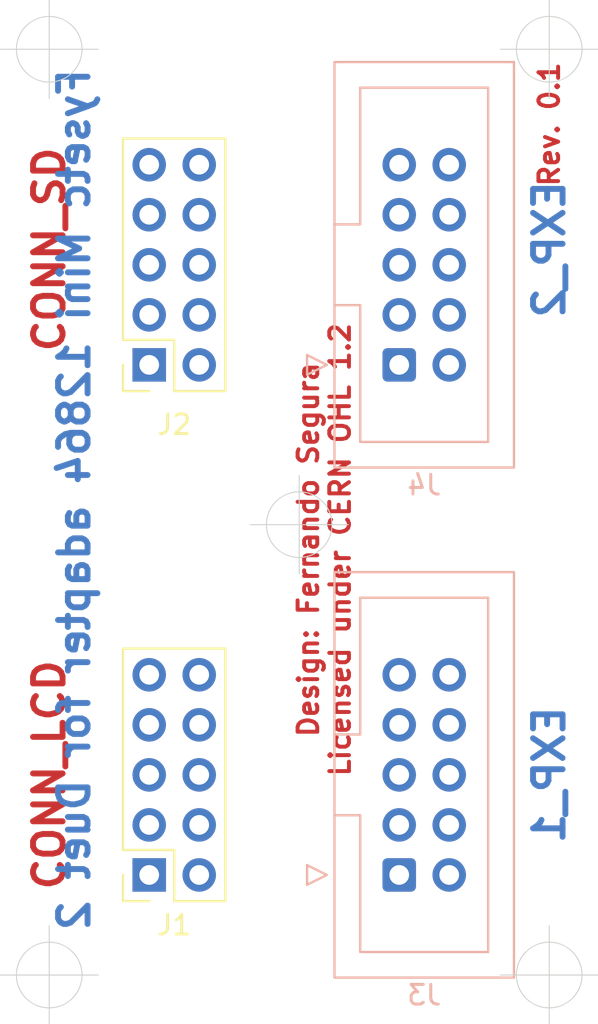
<source format=kicad_pcb>
(kicad_pcb (version 20171130) (host pcbnew "(5.1.8)-1")

  (general
    (thickness 1.6)
    (drawings 12)
    (tracks 0)
    (zones 0)
    (modules 4)
    (nets 26)
  )

  (page A4)
  (layers
    (0 F.Cu signal)
    (31 B.Cu signal)
    (32 B.Adhes user)
    (33 F.Adhes user)
    (34 B.Paste user)
    (35 F.Paste user)
    (36 B.SilkS user)
    (37 F.SilkS user)
    (38 B.Mask user)
    (39 F.Mask user)
    (40 Dwgs.User user)
    (41 Cmts.User user)
    (42 Eco1.User user)
    (43 Eco2.User user)
    (44 Edge.Cuts user)
    (45 Margin user)
    (46 B.CrtYd user)
    (47 F.CrtYd user)
    (48 B.Fab user)
    (49 F.Fab user)
  )

  (setup
    (last_trace_width 0.25)
    (trace_clearance 0.2)
    (zone_clearance 0.508)
    (zone_45_only no)
    (trace_min 0.2)
    (via_size 0.8)
    (via_drill 0.4)
    (via_min_size 0.4)
    (via_min_drill 0.3)
    (uvia_size 0.3)
    (uvia_drill 0.1)
    (uvias_allowed no)
    (uvia_min_size 0.2)
    (uvia_min_drill 0.1)
    (edge_width 0.05)
    (segment_width 0.2)
    (pcb_text_width 0.3)
    (pcb_text_size 1.5 1.5)
    (mod_edge_width 0.12)
    (mod_text_size 1 1)
    (mod_text_width 0.15)
    (pad_size 1.524 1.524)
    (pad_drill 0.762)
    (pad_to_mask_clearance 0)
    (aux_axis_origin 0 0)
    (visible_elements 7FFFFFFF)
    (pcbplotparams
      (layerselection 0x010fc_ffffffff)
      (usegerberextensions false)
      (usegerberattributes true)
      (usegerberadvancedattributes true)
      (creategerberjobfile true)
      (excludeedgelayer true)
      (linewidth 0.100000)
      (plotframeref false)
      (viasonmask false)
      (mode 1)
      (useauxorigin false)
      (hpglpennumber 1)
      (hpglpenspeed 20)
      (hpglpendiameter 15.000000)
      (psnegative false)
      (psa4output false)
      (plotreference true)
      (plotvalue true)
      (plotinvisibletext false)
      (padsonsilk false)
      (subtractmaskfromsilk false)
      (outputformat 1)
      (mirror false)
      (drillshape 1)
      (scaleselection 1)
      (outputdirectory ""))
  )

  (net 0 "")
  (net 1 "Net-(J1-Pad10)")
  (net 2 "Net-(J1-Pad8)")
  (net 3 "Net-(J1-Pad6)")
  (net 4 "Net-(J1-Pad4)")
  (net 5 "Net-(J1-Pad2)")
  (net 6 "Net-(J1-Pad9)")
  (net 7 "Net-(J1-Pad7)")
  (net 8 "Net-(J1-Pad5)")
  (net 9 "Net-(J1-Pad3)")
  (net 10 "Net-(J1-Pad1)")
  (net 11 "Net-(J2-Pad10)")
  (net 12 "Net-(J2-Pad8)")
  (net 13 "Net-(J2-Pad6)")
  (net 14 "Net-(J2-Pad4)")
  (net 15 "Net-(J2-Pad2)")
  (net 16 "Net-(J2-Pad9)")
  (net 17 "Net-(J2-Pad7)")
  (net 18 "Net-(J2-Pad5)")
  (net 19 "Net-(J2-Pad3)")
  (net 20 "Net-(J2-Pad1)")
  (net 21 "Net-(J3-Pad4)")
  (net 22 "Net-(J3-Pad3)")
  (net 23 "Net-(J4-Pad4)")
  (net 24 "Net-(J4-Pad3)")
  (net 25 "Net-(J4-Pad1)")

  (net_class Default "This is the default net class."
    (clearance 0.2)
    (trace_width 0.25)
    (via_dia 0.8)
    (via_drill 0.4)
    (uvia_dia 0.3)
    (uvia_drill 0.1)
    (add_net "Net-(J1-Pad1)")
    (add_net "Net-(J1-Pad10)")
    (add_net "Net-(J1-Pad2)")
    (add_net "Net-(J1-Pad3)")
    (add_net "Net-(J1-Pad4)")
    (add_net "Net-(J1-Pad5)")
    (add_net "Net-(J1-Pad6)")
    (add_net "Net-(J1-Pad7)")
    (add_net "Net-(J1-Pad8)")
    (add_net "Net-(J1-Pad9)")
    (add_net "Net-(J2-Pad1)")
    (add_net "Net-(J2-Pad10)")
    (add_net "Net-(J2-Pad2)")
    (add_net "Net-(J2-Pad3)")
    (add_net "Net-(J2-Pad4)")
    (add_net "Net-(J2-Pad5)")
    (add_net "Net-(J2-Pad6)")
    (add_net "Net-(J2-Pad7)")
    (add_net "Net-(J2-Pad8)")
    (add_net "Net-(J2-Pad9)")
    (add_net "Net-(J3-Pad3)")
    (add_net "Net-(J3-Pad4)")
    (add_net "Net-(J4-Pad1)")
    (add_net "Net-(J4-Pad3)")
    (add_net "Net-(J4-Pad4)")
  )

  (module Connector_PinSocket_2.54mm:PinSocket_2x05_P2.54mm_Vertical (layer F.Cu) (tedit 5A19A42B) (tstamp 60DBA102)
    (at 86.36 120.65 180)
    (descr "Through hole straight socket strip, 2x05, 2.54mm pitch, double cols (from Kicad 4.0.7), script generated")
    (tags "Through hole socket strip THT 2x05 2.54mm double row")
    (path /60DB3321)
    (fp_text reference J1 (at -1.27 -2.54) (layer F.SilkS)
      (effects (font (size 1 1) (thickness 0.15)))
    )
    (fp_text value CONN_LCD (at -1.27 13.97) (layer F.Fab)
      (effects (font (size 1 1) (thickness 0.15)))
    )
    (fp_line (start -4.34 11.9) (end -4.34 -1.8) (layer F.CrtYd) (width 0.05))
    (fp_line (start 1.76 11.9) (end -4.34 11.9) (layer F.CrtYd) (width 0.05))
    (fp_line (start 1.76 -1.8) (end 1.76 11.9) (layer F.CrtYd) (width 0.05))
    (fp_line (start -4.34 -1.8) (end 1.76 -1.8) (layer F.CrtYd) (width 0.05))
    (fp_line (start 0 -1.33) (end 1.33 -1.33) (layer F.SilkS) (width 0.12))
    (fp_line (start 1.33 -1.33) (end 1.33 0) (layer F.SilkS) (width 0.12))
    (fp_line (start -1.27 -1.33) (end -1.27 1.27) (layer F.SilkS) (width 0.12))
    (fp_line (start -1.27 1.27) (end 1.33 1.27) (layer F.SilkS) (width 0.12))
    (fp_line (start 1.33 1.27) (end 1.33 11.49) (layer F.SilkS) (width 0.12))
    (fp_line (start -3.87 11.49) (end 1.33 11.49) (layer F.SilkS) (width 0.12))
    (fp_line (start -3.87 -1.33) (end -3.87 11.49) (layer F.SilkS) (width 0.12))
    (fp_line (start -3.87 -1.33) (end -1.27 -1.33) (layer F.SilkS) (width 0.12))
    (fp_line (start -3.81 11.43) (end -3.81 -1.27) (layer F.Fab) (width 0.1))
    (fp_line (start 1.27 11.43) (end -3.81 11.43) (layer F.Fab) (width 0.1))
    (fp_line (start 1.27 -0.27) (end 1.27 11.43) (layer F.Fab) (width 0.1))
    (fp_line (start 0.27 -1.27) (end 1.27 -0.27) (layer F.Fab) (width 0.1))
    (fp_line (start -3.81 -1.27) (end 0.27 -1.27) (layer F.Fab) (width 0.1))
    (fp_text user %R (at 1.27 5.08 90) (layer F.Fab)
      (effects (font (size 1 1) (thickness 0.15)))
    )
    (pad 10 thru_hole oval (at -2.54 10.16 180) (size 1.7 1.7) (drill 1) (layers *.Cu *.Mask)
      (net 1 "Net-(J1-Pad10)"))
    (pad 9 thru_hole oval (at 0 10.16 180) (size 1.7 1.7) (drill 1) (layers *.Cu *.Mask)
      (net 6 "Net-(J1-Pad9)"))
    (pad 8 thru_hole oval (at -2.54 7.62 180) (size 1.7 1.7) (drill 1) (layers *.Cu *.Mask)
      (net 2 "Net-(J1-Pad8)"))
    (pad 7 thru_hole oval (at 0 7.62 180) (size 1.7 1.7) (drill 1) (layers *.Cu *.Mask)
      (net 7 "Net-(J1-Pad7)"))
    (pad 6 thru_hole oval (at -2.54 5.08 180) (size 1.7 1.7) (drill 1) (layers *.Cu *.Mask)
      (net 3 "Net-(J1-Pad6)"))
    (pad 5 thru_hole oval (at 0 5.08 180) (size 1.7 1.7) (drill 1) (layers *.Cu *.Mask)
      (net 8 "Net-(J1-Pad5)"))
    (pad 4 thru_hole oval (at -2.54 2.54 180) (size 1.7 1.7) (drill 1) (layers *.Cu *.Mask)
      (net 4 "Net-(J1-Pad4)"))
    (pad 3 thru_hole oval (at 0 2.54 180) (size 1.7 1.7) (drill 1) (layers *.Cu *.Mask)
      (net 9 "Net-(J1-Pad3)"))
    (pad 2 thru_hole oval (at -2.54 0 180) (size 1.7 1.7) (drill 1) (layers *.Cu *.Mask)
      (net 5 "Net-(J1-Pad2)"))
    (pad 1 thru_hole rect (at 0 0 180) (size 1.7 1.7) (drill 1) (layers *.Cu *.Mask)
      (net 10 "Net-(J1-Pad1)"))
    (model ${KISYS3DMOD}/Connector_PinSocket_2.54mm.3dshapes/PinSocket_2x05_P2.54mm_Vertical.wrl
      (at (xyz 0 0 0))
      (scale (xyz 1 1 1))
      (rotate (xyz 0 0 0))
    )
  )

  (module Connector_PinSocket_2.54mm:PinSocket_2x05_P2.54mm_Vertical (layer F.Cu) (tedit 5A19A42B) (tstamp 60DBA131)
    (at 86.36 94.76 180)
    (descr "Through hole straight socket strip, 2x05, 2.54mm pitch, double cols (from Kicad 4.0.7), script generated")
    (tags "Through hole socket strip THT 2x05 2.54mm double row")
    (path /60DB21CD)
    (fp_text reference J2 (at -1.27 -3.03) (layer F.SilkS)
      (effects (font (size 1 1) (thickness 0.15)))
    )
    (fp_text value CONN_SD (at -1.27 13.48) (layer F.Fab)
      (effects (font (size 1 1) (thickness 0.15)))
    )
    (fp_line (start -4.34 11.9) (end -4.34 -1.8) (layer F.CrtYd) (width 0.05))
    (fp_line (start 1.76 11.9) (end -4.34 11.9) (layer F.CrtYd) (width 0.05))
    (fp_line (start 1.76 -1.8) (end 1.76 11.9) (layer F.CrtYd) (width 0.05))
    (fp_line (start -4.34 -1.8) (end 1.76 -1.8) (layer F.CrtYd) (width 0.05))
    (fp_line (start 0 -1.33) (end 1.33 -1.33) (layer F.SilkS) (width 0.12))
    (fp_line (start 1.33 -1.33) (end 1.33 0) (layer F.SilkS) (width 0.12))
    (fp_line (start -1.27 -1.33) (end -1.27 1.27) (layer F.SilkS) (width 0.12))
    (fp_line (start -1.27 1.27) (end 1.33 1.27) (layer F.SilkS) (width 0.12))
    (fp_line (start 1.33 1.27) (end 1.33 11.49) (layer F.SilkS) (width 0.12))
    (fp_line (start -3.87 11.49) (end 1.33 11.49) (layer F.SilkS) (width 0.12))
    (fp_line (start -3.87 -1.33) (end -3.87 11.49) (layer F.SilkS) (width 0.12))
    (fp_line (start -3.87 -1.33) (end -1.27 -1.33) (layer F.SilkS) (width 0.12))
    (fp_line (start -3.81 11.43) (end -3.81 -1.27) (layer F.Fab) (width 0.1))
    (fp_line (start 1.27 11.43) (end -3.81 11.43) (layer F.Fab) (width 0.1))
    (fp_line (start 1.27 -0.27) (end 1.27 11.43) (layer F.Fab) (width 0.1))
    (fp_line (start 0.27 -1.27) (end 1.27 -0.27) (layer F.Fab) (width 0.1))
    (fp_line (start -3.81 -1.27) (end 0.27 -1.27) (layer F.Fab) (width 0.1))
    (fp_text user %R (at 1.27 5.08 90) (layer F.Fab)
      (effects (font (size 1 1) (thickness 0.15)))
    )
    (pad 10 thru_hole oval (at -2.54 10.16 180) (size 1.7 1.7) (drill 1) (layers *.Cu *.Mask)
      (net 11 "Net-(J2-Pad10)"))
    (pad 9 thru_hole oval (at 0 10.16 180) (size 1.7 1.7) (drill 1) (layers *.Cu *.Mask)
      (net 16 "Net-(J2-Pad9)"))
    (pad 8 thru_hole oval (at -2.54 7.62 180) (size 1.7 1.7) (drill 1) (layers *.Cu *.Mask)
      (net 12 "Net-(J2-Pad8)"))
    (pad 7 thru_hole oval (at 0 7.62 180) (size 1.7 1.7) (drill 1) (layers *.Cu *.Mask)
      (net 17 "Net-(J2-Pad7)"))
    (pad 6 thru_hole oval (at -2.54 5.08 180) (size 1.7 1.7) (drill 1) (layers *.Cu *.Mask)
      (net 13 "Net-(J2-Pad6)"))
    (pad 5 thru_hole oval (at 0 5.08 180) (size 1.7 1.7) (drill 1) (layers *.Cu *.Mask)
      (net 18 "Net-(J2-Pad5)"))
    (pad 4 thru_hole oval (at -2.54 2.54 180) (size 1.7 1.7) (drill 1) (layers *.Cu *.Mask)
      (net 14 "Net-(J2-Pad4)"))
    (pad 3 thru_hole oval (at 0 2.54 180) (size 1.7 1.7) (drill 1) (layers *.Cu *.Mask)
      (net 19 "Net-(J2-Pad3)"))
    (pad 2 thru_hole oval (at -2.54 0 180) (size 1.7 1.7) (drill 1) (layers *.Cu *.Mask)
      (net 15 "Net-(J2-Pad2)"))
    (pad 1 thru_hole rect (at 0 0 180) (size 1.7 1.7) (drill 1) (layers *.Cu *.Mask)
      (net 20 "Net-(J2-Pad1)"))
    (model ${KISYS3DMOD}/Connector_PinSocket_2.54mm.3dshapes/PinSocket_2x05_P2.54mm_Vertical.wrl
      (at (xyz 0 0 0))
      (scale (xyz 1 1 1))
      (rotate (xyz 0 0 0))
    )
  )

  (module Connector_IDC:IDC-Header_2x05_P2.54mm_Vertical (layer B.Cu) (tedit 5EAC9A07) (tstamp 60DBA18F)
    (at 99.06 94.76)
    (descr "Through hole IDC box header, 2x05, 2.54mm pitch, DIN 41651 / IEC 60603-13, double rows, https://docs.google.com/spreadsheets/d/16SsEcesNF15N3Lb4niX7dcUr-NY5_MFPQhobNuNppn4/edit#gid=0")
    (tags "Through hole vertical IDC box header THT 2x05 2.54mm double row")
    (path /60DB3BBF)
    (fp_text reference J4 (at 1.27 6.1) (layer B.SilkS)
      (effects (font (size 1 1) (thickness 0.15)) (justify mirror))
    )
    (fp_text value EXP_2 (at 1.27 -16.26) (layer B.Fab)
      (effects (font (size 1 1) (thickness 0.15)) (justify mirror))
    )
    (fp_line (start 6.22 5.6) (end -3.68 5.6) (layer B.CrtYd) (width 0.05))
    (fp_line (start 6.22 -15.76) (end 6.22 5.6) (layer B.CrtYd) (width 0.05))
    (fp_line (start -3.68 -15.76) (end 6.22 -15.76) (layer B.CrtYd) (width 0.05))
    (fp_line (start -3.68 5.6) (end -3.68 -15.76) (layer B.CrtYd) (width 0.05))
    (fp_line (start -4.68 -0.5) (end -3.68 0) (layer B.SilkS) (width 0.12))
    (fp_line (start -4.68 0.5) (end -4.68 -0.5) (layer B.SilkS) (width 0.12))
    (fp_line (start -3.68 0) (end -4.68 0.5) (layer B.SilkS) (width 0.12))
    (fp_line (start -1.98 -7.13) (end -3.29 -7.13) (layer B.SilkS) (width 0.12))
    (fp_line (start -1.98 -7.13) (end -1.98 -7.13) (layer B.SilkS) (width 0.12))
    (fp_line (start -1.98 -14.07) (end -1.98 -7.13) (layer B.SilkS) (width 0.12))
    (fp_line (start 4.52 -14.07) (end -1.98 -14.07) (layer B.SilkS) (width 0.12))
    (fp_line (start 4.52 3.91) (end 4.52 -14.07) (layer B.SilkS) (width 0.12))
    (fp_line (start -1.98 3.91) (end 4.52 3.91) (layer B.SilkS) (width 0.12))
    (fp_line (start -1.98 -3.03) (end -1.98 3.91) (layer B.SilkS) (width 0.12))
    (fp_line (start -3.29 -3.03) (end -1.98 -3.03) (layer B.SilkS) (width 0.12))
    (fp_line (start -3.29 -15.37) (end -3.29 5.21) (layer B.SilkS) (width 0.12))
    (fp_line (start 5.83 -15.37) (end -3.29 -15.37) (layer B.SilkS) (width 0.12))
    (fp_line (start 5.83 5.21) (end 5.83 -15.37) (layer B.SilkS) (width 0.12))
    (fp_line (start -3.29 5.21) (end 5.83 5.21) (layer B.SilkS) (width 0.12))
    (fp_line (start -1.98 -7.13) (end -3.18 -7.13) (layer B.Fab) (width 0.1))
    (fp_line (start -1.98 -7.13) (end -1.98 -7.13) (layer B.Fab) (width 0.1))
    (fp_line (start -1.98 -14.07) (end -1.98 -7.13) (layer B.Fab) (width 0.1))
    (fp_line (start 4.52 -14.07) (end -1.98 -14.07) (layer B.Fab) (width 0.1))
    (fp_line (start 4.52 3.91) (end 4.52 -14.07) (layer B.Fab) (width 0.1))
    (fp_line (start -1.98 3.91) (end 4.52 3.91) (layer B.Fab) (width 0.1))
    (fp_line (start -1.98 -3.03) (end -1.98 3.91) (layer B.Fab) (width 0.1))
    (fp_line (start -3.18 -3.03) (end -1.98 -3.03) (layer B.Fab) (width 0.1))
    (fp_line (start -3.18 -15.26) (end -3.18 4.1) (layer B.Fab) (width 0.1))
    (fp_line (start 5.72 -15.26) (end -3.18 -15.26) (layer B.Fab) (width 0.1))
    (fp_line (start 5.72 5.1) (end 5.72 -15.26) (layer B.Fab) (width 0.1))
    (fp_line (start -2.18 5.1) (end 5.72 5.1) (layer B.Fab) (width 0.1))
    (fp_line (start -3.18 4.1) (end -2.18 5.1) (layer B.Fab) (width 0.1))
    (fp_text user %R (at 1.27 -5.08 -90) (layer B.Fab)
      (effects (font (size 1 1) (thickness 0.15)) (justify mirror))
    )
    (pad 10 thru_hole circle (at 2.54 -10.16) (size 1.7 1.7) (drill 1) (layers *.Cu *.Mask)
      (net 13 "Net-(J2-Pad6)"))
    (pad 8 thru_hole circle (at 2.54 -7.62) (size 1.7 1.7) (drill 1) (layers *.Cu *.Mask)
      (net 4 "Net-(J1-Pad4)"))
    (pad 6 thru_hole circle (at 2.54 -5.08) (size 1.7 1.7) (drill 1) (layers *.Cu *.Mask)
      (net 10 "Net-(J1-Pad1)"))
    (pad 4 thru_hole circle (at 2.54 -2.54) (size 1.7 1.7) (drill 1) (layers *.Cu *.Mask)
      (net 23 "Net-(J4-Pad4)"))
    (pad 2 thru_hole circle (at 2.54 0) (size 1.7 1.7) (drill 1) (layers *.Cu *.Mask)
      (net 15 "Net-(J2-Pad2)"))
    (pad 9 thru_hole circle (at 0 -10.16) (size 1.7 1.7) (drill 1) (layers *.Cu *.Mask)
      (net 14 "Net-(J2-Pad4)"))
    (pad 7 thru_hole circle (at 0 -7.62) (size 1.7 1.7) (drill 1) (layers *.Cu *.Mask)
      (net 19 "Net-(J2-Pad3)"))
    (pad 5 thru_hole circle (at 0 -5.08) (size 1.7 1.7) (drill 1) (layers *.Cu *.Mask)
      (net 18 "Net-(J2-Pad5)"))
    (pad 3 thru_hole circle (at 0 -2.54) (size 1.7 1.7) (drill 1) (layers *.Cu *.Mask)
      (net 24 "Net-(J4-Pad3)"))
    (pad 1 thru_hole roundrect (at 0 0) (size 1.7 1.7) (drill 1) (layers *.Cu *.Mask) (roundrect_rratio 0.147059)
      (net 25 "Net-(J4-Pad1)"))
    (model ${KISYS3DMOD}/Connector_IDC.3dshapes/IDC-Header_2x05_P2.54mm_Vertical.wrl
      (at (xyz 0 0 0))
      (scale (xyz 1 1 1))
      (rotate (xyz 0 0 0))
    )
  )

  (module Connector_IDC:IDC-Header_2x05_P2.54mm_Vertical (layer B.Cu) (tedit 5EAC9A07) (tstamp 60DBA160)
    (at 99.06 120.65)
    (descr "Through hole IDC box header, 2x05, 2.54mm pitch, DIN 41651 / IEC 60603-13, double rows, https://docs.google.com/spreadsheets/d/16SsEcesNF15N3Lb4niX7dcUr-NY5_MFPQhobNuNppn4/edit#gid=0")
    (tags "Through hole vertical IDC box header THT 2x05 2.54mm double row")
    (path /60DB4726)
    (fp_text reference J3 (at 1.27 6.1) (layer B.SilkS)
      (effects (font (size 1 1) (thickness 0.15)) (justify mirror))
    )
    (fp_text value EXP_1 (at 1.27 -16.26) (layer B.Fab)
      (effects (font (size 1 1) (thickness 0.15)) (justify mirror))
    )
    (fp_line (start 6.22 5.6) (end -3.68 5.6) (layer B.CrtYd) (width 0.05))
    (fp_line (start 6.22 -15.76) (end 6.22 5.6) (layer B.CrtYd) (width 0.05))
    (fp_line (start -3.68 -15.76) (end 6.22 -15.76) (layer B.CrtYd) (width 0.05))
    (fp_line (start -3.68 5.6) (end -3.68 -15.76) (layer B.CrtYd) (width 0.05))
    (fp_line (start -4.68 -0.5) (end -3.68 0) (layer B.SilkS) (width 0.12))
    (fp_line (start -4.68 0.5) (end -4.68 -0.5) (layer B.SilkS) (width 0.12))
    (fp_line (start -3.68 0) (end -4.68 0.5) (layer B.SilkS) (width 0.12))
    (fp_line (start -1.98 -7.13) (end -3.29 -7.13) (layer B.SilkS) (width 0.12))
    (fp_line (start -1.98 -7.13) (end -1.98 -7.13) (layer B.SilkS) (width 0.12))
    (fp_line (start -1.98 -14.07) (end -1.98 -7.13) (layer B.SilkS) (width 0.12))
    (fp_line (start 4.52 -14.07) (end -1.98 -14.07) (layer B.SilkS) (width 0.12))
    (fp_line (start 4.52 3.91) (end 4.52 -14.07) (layer B.SilkS) (width 0.12))
    (fp_line (start -1.98 3.91) (end 4.52 3.91) (layer B.SilkS) (width 0.12))
    (fp_line (start -1.98 -3.03) (end -1.98 3.91) (layer B.SilkS) (width 0.12))
    (fp_line (start -3.29 -3.03) (end -1.98 -3.03) (layer B.SilkS) (width 0.12))
    (fp_line (start -3.29 -15.37) (end -3.29 5.21) (layer B.SilkS) (width 0.12))
    (fp_line (start 5.83 -15.37) (end -3.29 -15.37) (layer B.SilkS) (width 0.12))
    (fp_line (start 5.83 5.21) (end 5.83 -15.37) (layer B.SilkS) (width 0.12))
    (fp_line (start -3.29 5.21) (end 5.83 5.21) (layer B.SilkS) (width 0.12))
    (fp_line (start -1.98 -7.13) (end -3.18 -7.13) (layer B.Fab) (width 0.1))
    (fp_line (start -1.98 -7.13) (end -1.98 -7.13) (layer B.Fab) (width 0.1))
    (fp_line (start -1.98 -14.07) (end -1.98 -7.13) (layer B.Fab) (width 0.1))
    (fp_line (start 4.52 -14.07) (end -1.98 -14.07) (layer B.Fab) (width 0.1))
    (fp_line (start 4.52 3.91) (end 4.52 -14.07) (layer B.Fab) (width 0.1))
    (fp_line (start -1.98 3.91) (end 4.52 3.91) (layer B.Fab) (width 0.1))
    (fp_line (start -1.98 -3.03) (end -1.98 3.91) (layer B.Fab) (width 0.1))
    (fp_line (start -3.18 -3.03) (end -1.98 -3.03) (layer B.Fab) (width 0.1))
    (fp_line (start -3.18 -15.26) (end -3.18 4.1) (layer B.Fab) (width 0.1))
    (fp_line (start 5.72 -15.26) (end -3.18 -15.26) (layer B.Fab) (width 0.1))
    (fp_line (start 5.72 5.1) (end 5.72 -15.26) (layer B.Fab) (width 0.1))
    (fp_line (start -2.18 5.1) (end 5.72 5.1) (layer B.Fab) (width 0.1))
    (fp_line (start -3.18 4.1) (end -2.18 5.1) (layer B.Fab) (width 0.1))
    (fp_text user %R (at 1.27 -5.08 -90) (layer B.Fab)
      (effects (font (size 1 1) (thickness 0.15)) (justify mirror))
    )
    (pad 10 thru_hole circle (at 2.54 -10.16) (size 1.7 1.7) (drill 1) (layers *.Cu *.Mask)
      (net 1 "Net-(J1-Pad10)"))
    (pad 8 thru_hole circle (at 2.54 -7.62) (size 1.7 1.7) (drill 1) (layers *.Cu *.Mask)
      (net 2 "Net-(J1-Pad8)"))
    (pad 6 thru_hole circle (at 2.54 -5.08) (size 1.7 1.7) (drill 1) (layers *.Cu *.Mask)
      (net 3 "Net-(J1-Pad6)"))
    (pad 4 thru_hole circle (at 2.54 -2.54) (size 1.7 1.7) (drill 1) (layers *.Cu *.Mask)
      (net 21 "Net-(J3-Pad4)"))
    (pad 2 thru_hole circle (at 2.54 0) (size 1.7 1.7) (drill 1) (layers *.Cu *.Mask)
      (net 5 "Net-(J1-Pad2)"))
    (pad 9 thru_hole circle (at 0 -10.16) (size 1.7 1.7) (drill 1) (layers *.Cu *.Mask)
      (net 6 "Net-(J1-Pad9)"))
    (pad 7 thru_hole circle (at 0 -7.62) (size 1.7 1.7) (drill 1) (layers *.Cu *.Mask)
      (net 7 "Net-(J1-Pad7)"))
    (pad 5 thru_hole circle (at 0 -5.08) (size 1.7 1.7) (drill 1) (layers *.Cu *.Mask)
      (net 8 "Net-(J1-Pad5)"))
    (pad 3 thru_hole circle (at 0 -2.54) (size 1.7 1.7) (drill 1) (layers *.Cu *.Mask)
      (net 22 "Net-(J3-Pad3)"))
    (pad 1 thru_hole roundrect (at 0 0) (size 1.7 1.7) (drill 1) (layers *.Cu *.Mask) (roundrect_rratio 0.147059)
      (net 20 "Net-(J2-Pad1)"))
    (model ${KISYS3DMOD}/Connector_IDC.3dshapes/IDC-Header_2x05_P2.54mm_Vertical.wrl
      (at (xyz 0 0 0))
      (scale (xyz 1 1 1))
      (rotate (xyz 0 0 0))
    )
  )

  (gr_text "Design: Fernando Segura\nLicensed under CERN OHL 1.2" (at 95.25 104.14 90) (layer F.Cu)
    (effects (font (size 1 1) (thickness 0.2)))
  )
  (gr_text "Fysetc Mini 12864 adapter for Duet 2\n" (at 82.55 101.6 90) (layer B.Cu)
    (effects (font (size 1.5 1.5) (thickness 0.3)) (justify mirror))
  )
  (gr_text "EXP_1\n" (at 106.68 115.57 90) (layer B.Cu)
    (effects (font (size 1.5 1.5) (thickness 0.3)) (justify mirror))
  )
  (gr_text EXP_2 (at 106.68 88.9 90) (layer B.Cu)
    (effects (font (size 1.5 1.5) (thickness 0.3)) (justify mirror))
  )
  (gr_text "Rev. 0.1" (at 106.68 82.55 90) (layer F.Cu)
    (effects (font (size 1 1) (thickness 0.2)))
  )
  (gr_text "CONN_LCD\n" (at 81.28 115.57 90) (layer F.Cu)
    (effects (font (size 1.5 1.5) (thickness 0.3)))
  )
  (gr_text CONN_SD (at 81.28 88.9 90) (layer F.Cu)
    (effects (font (size 1.5 1.5) (thickness 0.3)))
  )
  (target plus (at 81.28 78.74) (size 5) (width 0.05) (layer Edge.Cuts) (tstamp 60DBA3BC))
  (target plus (at 106.68 78.74) (size 5) (width 0.05) (layer Edge.Cuts) (tstamp 60DBA3BB))
  (target plus (at 106.68 125.73) (size 5) (width 0.05) (layer Edge.Cuts) (tstamp 60DBA3BA))
  (target plus (at 81.28 125.73) (size 5) (width 0.05) (layer Edge.Cuts) (tstamp 60DBA3B9))
  (target plus (at 93.98 102.87) (size 5) (width 0.05) (layer Edge.Cuts))

)

</source>
